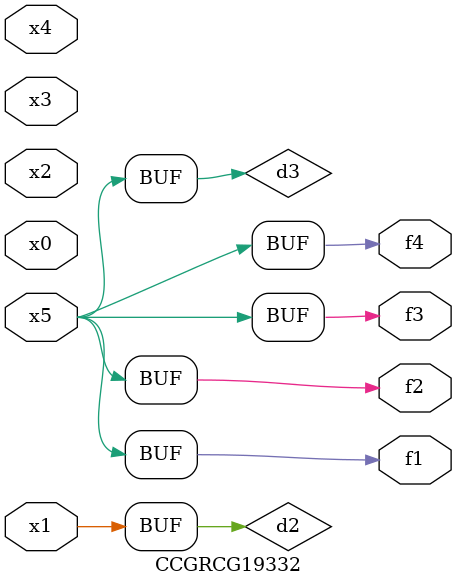
<source format=v>
module CCGRCG19332(
	input x0, x1, x2, x3, x4, x5,
	output f1, f2, f3, f4
);

	wire d1, d2, d3;

	not (d1, x5);
	or (d2, x1);
	xnor (d3, d1);
	assign f1 = d3;
	assign f2 = d3;
	assign f3 = d3;
	assign f4 = d3;
endmodule

</source>
